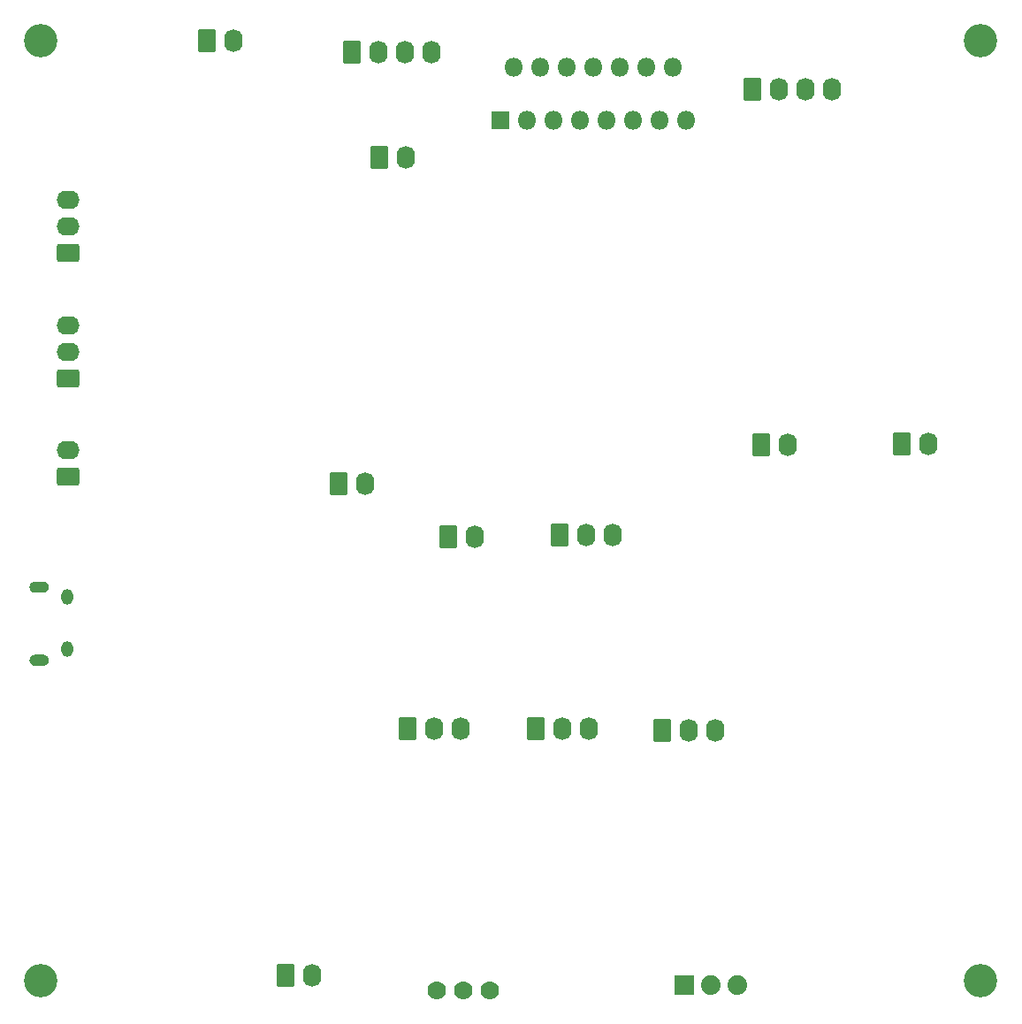
<source format=gbr>
%TF.GenerationSoftware,KiCad,Pcbnew,8.0.8*%
%TF.CreationDate,2025-03-02T22:54:24-06:00*%
%TF.ProjectId,Third Design (PCBWay 1),54686972-6420-4446-9573-69676e202850,rev?*%
%TF.SameCoordinates,Original*%
%TF.FileFunction,Soldermask,Bot*%
%TF.FilePolarity,Negative*%
%FSLAX46Y46*%
G04 Gerber Fmt 4.6, Leading zero omitted, Abs format (unit mm)*
G04 Created by KiCad (PCBNEW 8.0.8) date 2025-03-02 22:54:24*
%MOMM*%
%LPD*%
G01*
G04 APERTURE LIST*
G04 Aperture macros list*
%AMRoundRect*
0 Rectangle with rounded corners*
0 $1 Rounding radius*
0 $2 $3 $4 $5 $6 $7 $8 $9 X,Y pos of 4 corners*
0 Add a 4 corners polygon primitive as box body*
4,1,4,$2,$3,$4,$5,$6,$7,$8,$9,$2,$3,0*
0 Add four circle primitives for the rounded corners*
1,1,$1+$1,$2,$3*
1,1,$1+$1,$4,$5*
1,1,$1+$1,$6,$7*
1,1,$1+$1,$8,$9*
0 Add four rect primitives between the rounded corners*
20,1,$1+$1,$2,$3,$4,$5,0*
20,1,$1+$1,$4,$5,$6,$7,0*
20,1,$1+$1,$6,$7,$8,$9,0*
20,1,$1+$1,$8,$9,$2,$3,0*%
G04 Aperture macros list end*
%ADD10C,0.010000*%
%ADD11C,3.200000*%
%ADD12RoundRect,0.250000X-0.620000X-0.845000X0.620000X-0.845000X0.620000X0.845000X-0.620000X0.845000X0*%
%ADD13O,1.740000X2.190000*%
%ADD14RoundRect,0.250000X0.845000X-0.620000X0.845000X0.620000X-0.845000X0.620000X-0.845000X-0.620000X0*%
%ADD15O,2.190000X1.740000*%
%ADD16O,1.154000X1.504000*%
%ADD17C,1.778000*%
%ADD18R,1.879600X1.879600*%
%ADD19C,1.879600*%
%ADD20R,1.800000X1.800000*%
%ADD21O,1.800000X1.800000*%
G04 APERTURE END LIST*
D10*
%TO.C,J18*%
X105213000Y-106799000D02*
X105239000Y-106803000D01*
X105264000Y-106807000D01*
X105289000Y-106813000D01*
X105313000Y-106820000D01*
X105337000Y-106829000D01*
X105361000Y-106839000D01*
X105384000Y-106850000D01*
X105406000Y-106862000D01*
X105428000Y-106875000D01*
X105449000Y-106890000D01*
X105469000Y-106905000D01*
X105489000Y-106922000D01*
X105507000Y-106939000D01*
X105525000Y-106958000D01*
X105541000Y-106977000D01*
X105557000Y-106997000D01*
X105571000Y-107018000D01*
X105585000Y-107040000D01*
X105597000Y-107063000D01*
X105608000Y-107086000D01*
X105618000Y-107109000D01*
X105626000Y-107133000D01*
X105633000Y-107158000D01*
X105639000Y-107183000D01*
X105644000Y-107208000D01*
X105647000Y-107233000D01*
X105649000Y-107258000D01*
X105650000Y-107284000D01*
X105649000Y-107310000D01*
X105647000Y-107335000D01*
X105644000Y-107360000D01*
X105639000Y-107385000D01*
X105633000Y-107410000D01*
X105626000Y-107435000D01*
X105618000Y-107459000D01*
X105608000Y-107482000D01*
X105597000Y-107505000D01*
X105585000Y-107528000D01*
X105571000Y-107550000D01*
X105557000Y-107571000D01*
X105541000Y-107591000D01*
X105525000Y-107610000D01*
X105507000Y-107629000D01*
X105489000Y-107646000D01*
X105469000Y-107663000D01*
X105449000Y-107678000D01*
X105428000Y-107693000D01*
X105406000Y-107706000D01*
X105384000Y-107718000D01*
X105361000Y-107729000D01*
X105337000Y-107739000D01*
X105313000Y-107748000D01*
X105289000Y-107755000D01*
X105264000Y-107761000D01*
X105239000Y-107765000D01*
X105213000Y-107769000D01*
X105188000Y-107771000D01*
X105163000Y-107771000D01*
X105162500Y-107771500D01*
X104387000Y-107771000D01*
X104362000Y-107771000D01*
X104337000Y-107769000D01*
X104311000Y-107765000D01*
X104286000Y-107761000D01*
X104261000Y-107755000D01*
X104237000Y-107748000D01*
X104213000Y-107739000D01*
X104189000Y-107729000D01*
X104166000Y-107718000D01*
X104144000Y-107706000D01*
X104122000Y-107693000D01*
X104101000Y-107678000D01*
X104081000Y-107663000D01*
X104061000Y-107646000D01*
X104043000Y-107629000D01*
X104025000Y-107610000D01*
X104009000Y-107591000D01*
X103993000Y-107571000D01*
X103979000Y-107550000D01*
X103965000Y-107528000D01*
X103953000Y-107505000D01*
X103942000Y-107482000D01*
X103932000Y-107459000D01*
X103924000Y-107435000D01*
X103917000Y-107410000D01*
X103911000Y-107385000D01*
X103906000Y-107360000D01*
X103903000Y-107335000D01*
X103901000Y-107310000D01*
X103900000Y-107284000D01*
X103901000Y-107258000D01*
X103903000Y-107233000D01*
X103906000Y-107208000D01*
X103911000Y-107183000D01*
X103917000Y-107158000D01*
X103924000Y-107133000D01*
X103932000Y-107109000D01*
X103942000Y-107086000D01*
X103953000Y-107063000D01*
X103965000Y-107040000D01*
X103979000Y-107018000D01*
X103993000Y-106997000D01*
X104009000Y-106977000D01*
X104025000Y-106958000D01*
X104043000Y-106939000D01*
X104061000Y-106922000D01*
X104081000Y-106905000D01*
X104101000Y-106890000D01*
X104122000Y-106875000D01*
X104144000Y-106862000D01*
X104166000Y-106850000D01*
X104189000Y-106839000D01*
X104213000Y-106829000D01*
X104237000Y-106820000D01*
X104261000Y-106813000D01*
X104286000Y-106807000D01*
X104311000Y-106803000D01*
X104337000Y-106799000D01*
X104362000Y-106797000D01*
X104387000Y-106797000D01*
X105163000Y-106797000D01*
X105188000Y-106797000D01*
X105213000Y-106799000D01*
G36*
X105213000Y-106799000D02*
G01*
X105239000Y-106803000D01*
X105264000Y-106807000D01*
X105289000Y-106813000D01*
X105313000Y-106820000D01*
X105337000Y-106829000D01*
X105361000Y-106839000D01*
X105384000Y-106850000D01*
X105406000Y-106862000D01*
X105428000Y-106875000D01*
X105449000Y-106890000D01*
X105469000Y-106905000D01*
X105489000Y-106922000D01*
X105507000Y-106939000D01*
X105525000Y-106958000D01*
X105541000Y-106977000D01*
X105557000Y-106997000D01*
X105571000Y-107018000D01*
X105585000Y-107040000D01*
X105597000Y-107063000D01*
X105608000Y-107086000D01*
X105618000Y-107109000D01*
X105626000Y-107133000D01*
X105633000Y-107158000D01*
X105639000Y-107183000D01*
X105644000Y-107208000D01*
X105647000Y-107233000D01*
X105649000Y-107258000D01*
X105650000Y-107284000D01*
X105649000Y-107310000D01*
X105647000Y-107335000D01*
X105644000Y-107360000D01*
X105639000Y-107385000D01*
X105633000Y-107410000D01*
X105626000Y-107435000D01*
X105618000Y-107459000D01*
X105608000Y-107482000D01*
X105597000Y-107505000D01*
X105585000Y-107528000D01*
X105571000Y-107550000D01*
X105557000Y-107571000D01*
X105541000Y-107591000D01*
X105525000Y-107610000D01*
X105507000Y-107629000D01*
X105489000Y-107646000D01*
X105469000Y-107663000D01*
X105449000Y-107678000D01*
X105428000Y-107693000D01*
X105406000Y-107706000D01*
X105384000Y-107718000D01*
X105361000Y-107729000D01*
X105337000Y-107739000D01*
X105313000Y-107748000D01*
X105289000Y-107755000D01*
X105264000Y-107761000D01*
X105239000Y-107765000D01*
X105213000Y-107769000D01*
X105188000Y-107771000D01*
X105163000Y-107771000D01*
X105162500Y-107771500D01*
X104387000Y-107771000D01*
X104362000Y-107771000D01*
X104337000Y-107769000D01*
X104311000Y-107765000D01*
X104286000Y-107761000D01*
X104261000Y-107755000D01*
X104237000Y-107748000D01*
X104213000Y-107739000D01*
X104189000Y-107729000D01*
X104166000Y-107718000D01*
X104144000Y-107706000D01*
X104122000Y-107693000D01*
X104101000Y-107678000D01*
X104081000Y-107663000D01*
X104061000Y-107646000D01*
X104043000Y-107629000D01*
X104025000Y-107610000D01*
X104009000Y-107591000D01*
X103993000Y-107571000D01*
X103979000Y-107550000D01*
X103965000Y-107528000D01*
X103953000Y-107505000D01*
X103942000Y-107482000D01*
X103932000Y-107459000D01*
X103924000Y-107435000D01*
X103917000Y-107410000D01*
X103911000Y-107385000D01*
X103906000Y-107360000D01*
X103903000Y-107335000D01*
X103901000Y-107310000D01*
X103900000Y-107284000D01*
X103901000Y-107258000D01*
X103903000Y-107233000D01*
X103906000Y-107208000D01*
X103911000Y-107183000D01*
X103917000Y-107158000D01*
X103924000Y-107133000D01*
X103932000Y-107109000D01*
X103942000Y-107086000D01*
X103953000Y-107063000D01*
X103965000Y-107040000D01*
X103979000Y-107018000D01*
X103993000Y-106997000D01*
X104009000Y-106977000D01*
X104025000Y-106958000D01*
X104043000Y-106939000D01*
X104061000Y-106922000D01*
X104081000Y-106905000D01*
X104101000Y-106890000D01*
X104122000Y-106875000D01*
X104144000Y-106862000D01*
X104166000Y-106850000D01*
X104189000Y-106839000D01*
X104213000Y-106829000D01*
X104237000Y-106820000D01*
X104261000Y-106813000D01*
X104286000Y-106807000D01*
X104311000Y-106803000D01*
X104337000Y-106799000D01*
X104362000Y-106797000D01*
X104387000Y-106797000D01*
X105163000Y-106797000D01*
X105188000Y-106797000D01*
X105213000Y-106799000D01*
G37*
X105213000Y-113799000D02*
X105239000Y-113803000D01*
X105264000Y-113807000D01*
X105289000Y-113813000D01*
X105313000Y-113820000D01*
X105337000Y-113829000D01*
X105361000Y-113839000D01*
X105384000Y-113850000D01*
X105406000Y-113862000D01*
X105428000Y-113875000D01*
X105449000Y-113890000D01*
X105469000Y-113905000D01*
X105489000Y-113922000D01*
X105507000Y-113939000D01*
X105525000Y-113958000D01*
X105541000Y-113977000D01*
X105557000Y-113997000D01*
X105571000Y-114018000D01*
X105585000Y-114040000D01*
X105597000Y-114063000D01*
X105608000Y-114086000D01*
X105618000Y-114109000D01*
X105626000Y-114133000D01*
X105633000Y-114158000D01*
X105639000Y-114183000D01*
X105644000Y-114208000D01*
X105647000Y-114233000D01*
X105649000Y-114258000D01*
X105650000Y-114284000D01*
X105649000Y-114310000D01*
X105647000Y-114335000D01*
X105644000Y-114360000D01*
X105639000Y-114385000D01*
X105633000Y-114410000D01*
X105626000Y-114435000D01*
X105618000Y-114459000D01*
X105608000Y-114482000D01*
X105597000Y-114505000D01*
X105585000Y-114528000D01*
X105571000Y-114550000D01*
X105557000Y-114571000D01*
X105541000Y-114591000D01*
X105525000Y-114610000D01*
X105507000Y-114629000D01*
X105489000Y-114646000D01*
X105469000Y-114663000D01*
X105449000Y-114678000D01*
X105428000Y-114693000D01*
X105406000Y-114706000D01*
X105384000Y-114718000D01*
X105361000Y-114729000D01*
X105337000Y-114739000D01*
X105313000Y-114748000D01*
X105289000Y-114755000D01*
X105264000Y-114761000D01*
X105239000Y-114765000D01*
X105213000Y-114769000D01*
X105188000Y-114771000D01*
X105163000Y-114771000D01*
X105162500Y-114771500D01*
X104387000Y-114771000D01*
X104362000Y-114771000D01*
X104337000Y-114769000D01*
X104311000Y-114765000D01*
X104286000Y-114761000D01*
X104261000Y-114755000D01*
X104237000Y-114748000D01*
X104213000Y-114739000D01*
X104189000Y-114729000D01*
X104166000Y-114718000D01*
X104144000Y-114706000D01*
X104122000Y-114693000D01*
X104101000Y-114678000D01*
X104081000Y-114663000D01*
X104061000Y-114646000D01*
X104043000Y-114629000D01*
X104025000Y-114610000D01*
X104009000Y-114591000D01*
X103993000Y-114571000D01*
X103979000Y-114550000D01*
X103965000Y-114528000D01*
X103953000Y-114505000D01*
X103942000Y-114482000D01*
X103932000Y-114459000D01*
X103924000Y-114435000D01*
X103917000Y-114410000D01*
X103911000Y-114385000D01*
X103906000Y-114360000D01*
X103903000Y-114335000D01*
X103901000Y-114310000D01*
X103900000Y-114284000D01*
X103901000Y-114258000D01*
X103903000Y-114233000D01*
X103906000Y-114208000D01*
X103911000Y-114183000D01*
X103917000Y-114158000D01*
X103924000Y-114133000D01*
X103932000Y-114109000D01*
X103942000Y-114086000D01*
X103953000Y-114063000D01*
X103965000Y-114040000D01*
X103979000Y-114018000D01*
X103993000Y-113997000D01*
X104009000Y-113977000D01*
X104025000Y-113958000D01*
X104043000Y-113939000D01*
X104061000Y-113922000D01*
X104081000Y-113905000D01*
X104101000Y-113890000D01*
X104122000Y-113875000D01*
X104144000Y-113862000D01*
X104166000Y-113850000D01*
X104189000Y-113839000D01*
X104213000Y-113829000D01*
X104237000Y-113820000D01*
X104261000Y-113813000D01*
X104286000Y-113807000D01*
X104311000Y-113803000D01*
X104337000Y-113799000D01*
X104362000Y-113797000D01*
X104387000Y-113797000D01*
X105163000Y-113797000D01*
X105188000Y-113797000D01*
X105213000Y-113799000D01*
G36*
X105213000Y-113799000D02*
G01*
X105239000Y-113803000D01*
X105264000Y-113807000D01*
X105289000Y-113813000D01*
X105313000Y-113820000D01*
X105337000Y-113829000D01*
X105361000Y-113839000D01*
X105384000Y-113850000D01*
X105406000Y-113862000D01*
X105428000Y-113875000D01*
X105449000Y-113890000D01*
X105469000Y-113905000D01*
X105489000Y-113922000D01*
X105507000Y-113939000D01*
X105525000Y-113958000D01*
X105541000Y-113977000D01*
X105557000Y-113997000D01*
X105571000Y-114018000D01*
X105585000Y-114040000D01*
X105597000Y-114063000D01*
X105608000Y-114086000D01*
X105618000Y-114109000D01*
X105626000Y-114133000D01*
X105633000Y-114158000D01*
X105639000Y-114183000D01*
X105644000Y-114208000D01*
X105647000Y-114233000D01*
X105649000Y-114258000D01*
X105650000Y-114284000D01*
X105649000Y-114310000D01*
X105647000Y-114335000D01*
X105644000Y-114360000D01*
X105639000Y-114385000D01*
X105633000Y-114410000D01*
X105626000Y-114435000D01*
X105618000Y-114459000D01*
X105608000Y-114482000D01*
X105597000Y-114505000D01*
X105585000Y-114528000D01*
X105571000Y-114550000D01*
X105557000Y-114571000D01*
X105541000Y-114591000D01*
X105525000Y-114610000D01*
X105507000Y-114629000D01*
X105489000Y-114646000D01*
X105469000Y-114663000D01*
X105449000Y-114678000D01*
X105428000Y-114693000D01*
X105406000Y-114706000D01*
X105384000Y-114718000D01*
X105361000Y-114729000D01*
X105337000Y-114739000D01*
X105313000Y-114748000D01*
X105289000Y-114755000D01*
X105264000Y-114761000D01*
X105239000Y-114765000D01*
X105213000Y-114769000D01*
X105188000Y-114771000D01*
X105163000Y-114771000D01*
X105162500Y-114771500D01*
X104387000Y-114771000D01*
X104362000Y-114771000D01*
X104337000Y-114769000D01*
X104311000Y-114765000D01*
X104286000Y-114761000D01*
X104261000Y-114755000D01*
X104237000Y-114748000D01*
X104213000Y-114739000D01*
X104189000Y-114729000D01*
X104166000Y-114718000D01*
X104144000Y-114706000D01*
X104122000Y-114693000D01*
X104101000Y-114678000D01*
X104081000Y-114663000D01*
X104061000Y-114646000D01*
X104043000Y-114629000D01*
X104025000Y-114610000D01*
X104009000Y-114591000D01*
X103993000Y-114571000D01*
X103979000Y-114550000D01*
X103965000Y-114528000D01*
X103953000Y-114505000D01*
X103942000Y-114482000D01*
X103932000Y-114459000D01*
X103924000Y-114435000D01*
X103917000Y-114410000D01*
X103911000Y-114385000D01*
X103906000Y-114360000D01*
X103903000Y-114335000D01*
X103901000Y-114310000D01*
X103900000Y-114284000D01*
X103901000Y-114258000D01*
X103903000Y-114233000D01*
X103906000Y-114208000D01*
X103911000Y-114183000D01*
X103917000Y-114158000D01*
X103924000Y-114133000D01*
X103932000Y-114109000D01*
X103942000Y-114086000D01*
X103953000Y-114063000D01*
X103965000Y-114040000D01*
X103979000Y-114018000D01*
X103993000Y-113997000D01*
X104009000Y-113977000D01*
X104025000Y-113958000D01*
X104043000Y-113939000D01*
X104061000Y-113922000D01*
X104081000Y-113905000D01*
X104101000Y-113890000D01*
X104122000Y-113875000D01*
X104144000Y-113862000D01*
X104166000Y-113850000D01*
X104189000Y-113839000D01*
X104213000Y-113829000D01*
X104237000Y-113820000D01*
X104261000Y-113813000D01*
X104286000Y-113807000D01*
X104311000Y-113803000D01*
X104337000Y-113799000D01*
X104362000Y-113797000D01*
X104387000Y-113797000D01*
X105163000Y-113797000D01*
X105188000Y-113797000D01*
X105213000Y-113799000D01*
G37*
%TD*%
D11*
%TO.C,H1*%
X105000000Y-55000000D03*
%TD*%
D12*
%TO.C,J7*%
X133477000Y-97409000D03*
D13*
X136017000Y-97409000D03*
%TD*%
D14*
%TO.C,J2*%
X107569000Y-87376000D03*
D15*
X107569000Y-84836000D03*
X107569000Y-82296000D03*
%TD*%
D16*
%TO.C,J18*%
X107475000Y-108284000D03*
X107475000Y-113284000D03*
%TD*%
D12*
%TO.C,J9*%
X144018000Y-102489000D03*
D13*
X146558000Y-102489000D03*
%TD*%
D11*
%TO.C,H4*%
X195000000Y-55000000D03*
%TD*%
%TO.C,H2*%
X195000000Y-145000000D03*
%TD*%
D12*
%TO.C,J3*%
X154686000Y-102362000D03*
D13*
X157226000Y-102362000D03*
X159766000Y-102362000D03*
%TD*%
D14*
%TO.C,J19*%
X107569000Y-96774000D03*
D15*
X107569000Y-94234000D03*
%TD*%
D12*
%TO.C,J10*%
X120904000Y-54991000D03*
D13*
X123444000Y-54991000D03*
%TD*%
D12*
%TO.C,J6*%
X187452000Y-93599000D03*
D13*
X189992000Y-93599000D03*
%TD*%
D12*
%TO.C,J5*%
X134747000Y-56134000D03*
D13*
X137287000Y-56134000D03*
X139827000Y-56134000D03*
X142367000Y-56134000D03*
%TD*%
D17*
%TO.C,U3*%
X142875000Y-145923000D03*
X145415000Y-145923000D03*
X147955000Y-145923000D03*
%TD*%
D18*
%TO.C,U1*%
X166624000Y-145415000D03*
D19*
X169164000Y-145415000D03*
X171704000Y-145415000D03*
%TD*%
D14*
%TO.C,J17*%
X107569000Y-75311000D03*
D15*
X107569000Y-72771000D03*
X107569000Y-70231000D03*
%TD*%
D12*
%TO.C,J11*%
X173101000Y-59690000D03*
D13*
X175641000Y-59690000D03*
X178181000Y-59690000D03*
X180721000Y-59690000D03*
%TD*%
D12*
%TO.C,J16*%
X137414000Y-66167000D03*
D13*
X139954000Y-66167000D03*
%TD*%
D12*
%TO.C,J15*%
X164465000Y-121031000D03*
D13*
X167005000Y-121031000D03*
X169545000Y-121031000D03*
%TD*%
D12*
%TO.C,J1*%
X128397000Y-144526000D03*
D13*
X130937000Y-144526000D03*
%TD*%
D12*
%TO.C,J14*%
X152400000Y-120904000D03*
D13*
X154940000Y-120904000D03*
X157480000Y-120904000D03*
%TD*%
D12*
%TO.C,J13*%
X140081000Y-120904000D03*
D13*
X142621000Y-120904000D03*
X145161000Y-120904000D03*
%TD*%
D11*
%TO.C,H3*%
X105000000Y-145000000D03*
%TD*%
D20*
%TO.C,U5*%
X148971000Y-62611000D03*
D21*
X150241000Y-57531000D03*
X151511000Y-62611000D03*
X152781000Y-57531000D03*
X154051000Y-62611000D03*
X155321000Y-57531000D03*
X156591000Y-62611000D03*
X157861000Y-57531000D03*
X159131000Y-62611000D03*
X160401000Y-57531000D03*
X161671000Y-62611000D03*
X162941000Y-57531000D03*
X164211000Y-62611000D03*
X165481000Y-57531000D03*
X166751000Y-62611000D03*
%TD*%
D12*
%TO.C,J8*%
X173990000Y-93726000D03*
D13*
X176530000Y-93726000D03*
%TD*%
M02*

</source>
